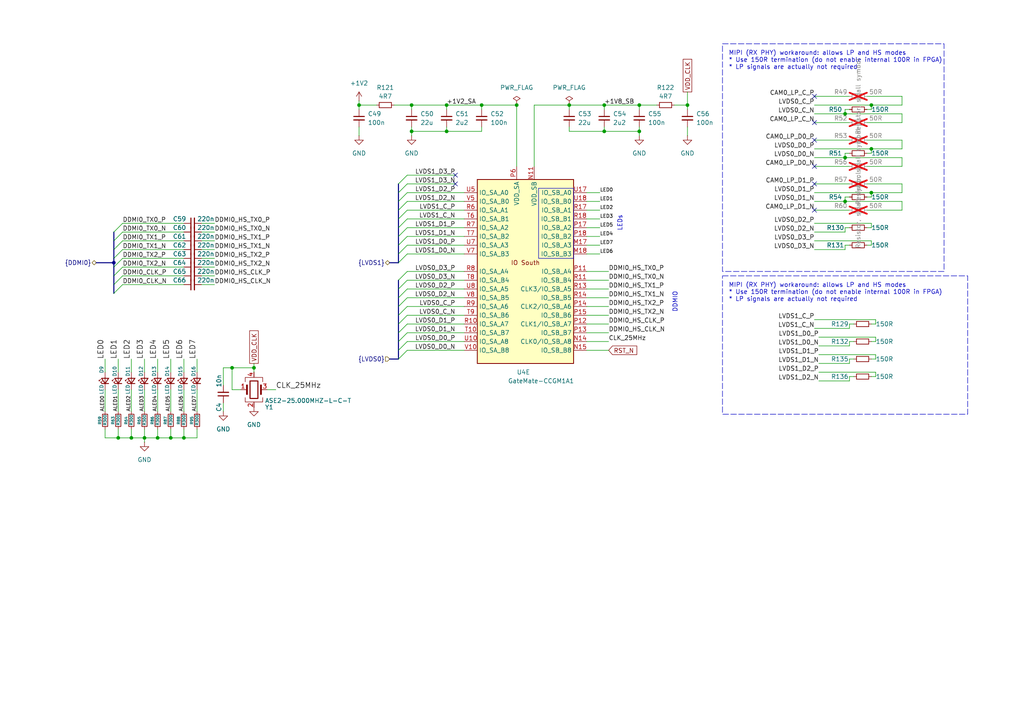
<source format=kicad_sch>
(kicad_sch (version 20250114) (generator "eeschema") (generator_version "9.0")
  (paper "A4")
  (title_block (title "${project_name}") (date "2025-06-24") (rev "${project_version}") (company "${project_creator}") (comment 1 "${project_license}"))
  (rectangle (start 209.55 80.01) (end 280.67 120.142) (stroke (width 0) (type dash)))
  (rectangle (start 209.55 12.7) (end 273.812 78.74) (stroke (width 0) (type dash)))
  (rectangle (start 156.21 54.61) (end 166.37 74.93))
  (text "MIPI (RX PHY) workaround: allows LP and HS modes\n* Use 150R termination (do not enable internal 100R in FPGA)\n* LP signals are actually not required" (at 211.328 87.63 0) (effects (font (size 1.27 1.27)) (justify left bottom)))
  (text "DDMIO" (at 195.834 87.63 90) (effects (font (size 1.27 1.27))))
  (text "MIPI (RX PHY) workaround: allows LP and HS modes\n* Use 150R termination (do not enable internal 100R in FPGA)\n* LP signals are actually not required" (at 211.328 20.32 0) (effects (font (size 1.27 1.27)) (justify left bottom)))
  (text "LEDs" (at 179.832 64.77 90) (effects (font (size 1.27 1.27))))
  (junction (at 119.38 38.1))
  (junction (at 38.1 127))
  (junction (at 67.31 106.68))
  (junction (at 175.26 38.1))
  (junction (at 104.14 30.48))
  (junction (at 245.11 33.02))
  (junction (at 34.29 127))
  (junction (at 199.39 30.48))
  (junction (at 252.73 43.18))
  (junction (at 129.54 30.48))
  (junction (at 245.11 58.42))
  (junction (at 33.02 76.2))
  (junction (at 41.91 127))
  (junction (at 45.72 127))
  (junction (at 252.73 30.48))
  (junction (at 139.7 30.48))
  (junction (at 73.66 106.68))
  (junction (at 119.38 30.48))
  (junction (at 185.42 30.48))
  (junction (at 49.53 127))
  (junction (at 252.73 55.88))
  (junction (at 165.1 30.48))
  (junction (at 175.26 30.48))
  (junction (at 53.34 127))
  (junction (at 245.11 45.72))
  (junction (at 185.42 38.1))
  (junction (at 149.86 30.48))
  (junction (at 129.54 38.1))
  (no_connect (at 236.22 40.64))
  (no_connect (at 236.22 35.56))
  (no_connect (at 132.08 53.34))
  (no_connect (at 132.08 50.8))
  (no_connect (at 236.22 60.96))
  (no_connect (at 236.22 48.26))
  (no_connect (at 236.22 27.94))
  (no_connect (at 236.22 53.34))
  (bus_entry (at 118.11 91.44) (size -2.54 2.54))
  (bus_entry (at 118.11 101.6) (size -2.54 2.54))
  (bus_entry (at 35.56 72.39) (size -2.54 2.54))
  (bus_entry (at 118.11 86.36) (size -2.54 2.54))
  (bus_entry (at 35.56 69.85) (size -2.54 2.54))
  (bus_entry (at 118.11 66.04) (size -2.54 2.54))
  (bus_entry (at 118.11 63.5) (size -2.54 2.54))
  (bus_entry (at 118.11 53.34) (size -2.54 2.54))
  (bus_entry (at 118.11 96.52) (size -2.54 2.54))
  (bus_entry (at 118.11 60.96) (size -2.54 2.54))
  (bus_entry (at 35.56 67.31) (size -2.54 2.54))
  (bus_entry (at 35.56 80.01) (size -2.54 2.54))
  (bus_entry (at 118.11 73.66) (size -2.54 2.54))
  (bus_entry (at 118.11 55.88) (size -2.54 2.54))
  (bus_entry (at 118.11 88.9) (size -2.54 2.54))
  (bus_entry (at 118.11 81.28) (size -2.54 2.54))
  (bus_entry (at 35.56 64.77) (size -2.54 2.54))
  (bus_entry (at 35.56 74.93) (size -2.54 2.54))
  (bus_entry (at 118.11 50.8) (size -2.54 2.54))
  (bus_entry (at 35.56 77.47) (size -2.54 2.54))
  (bus_entry (at 118.11 93.98) (size -2.54 2.54))
  (bus_entry (at 118.11 99.06) (size -2.54 2.54))
  (bus_entry (at 118.11 58.42) (size -2.54 2.54))
  (bus_entry (at 118.11 83.82) (size -2.54 2.54))
  (bus_entry (at 118.11 78.74) (size -2.54 2.54))
  (bus_entry (at 35.56 82.55) (size -2.54 2.54))
  (bus_entry (at 118.11 68.58) (size -2.54 2.54))
  (bus_entry (at 118.11 71.12) (size -2.54 2.54))
  (wire (pts (xy 236.22 40.64) (xy 246.38 40.64)))
  (wire (pts (xy 252.73 30.48) (xy 252.73 31.75)))
  (wire (pts (xy 77.47 113.03) (xy 80.01 113.03)))
  (bus (pts (xy 115.57 71.12) (xy 115.57 73.66)))
  (wire (pts (xy 252.73 64.77) (xy 252.73 66.04)))
  (wire (pts (xy 237.49 110.49) (xy 246.38 110.49)))
  (wire (pts (xy 247.65 99.06) (xy 246.38 99.06)))
  (bus (pts (xy 33.02 67.31) (xy 33.02 69.85)))
  (wire (pts (xy 170.18 93.98) (xy 176.53 93.98)))
  (wire (pts (xy 252.73 109.22) (xy 254 109.22)))
  (bus (pts (xy 115.57 73.66) (xy 115.57 76.2)))
  (wire (pts (xy 73.66 105.41) (xy 73.66 106.68)))
  (wire (pts (xy 58.42 72.39) (xy 62.23 72.39)))
  (wire (pts (xy 170.18 96.52) (xy 176.53 96.52)))
  (wire (pts (xy 129.54 30.48) (xy 129.54 31.75)))
  (wire (pts (xy 236.22 58.42) (xy 245.11 58.42)))
  (bus (pts (xy 115.57 58.42) (xy 115.57 60.96)))
  (wire (pts (xy 165.1 30.48) (xy 175.26 30.48)))
  (wire (pts (xy 170.18 91.44) (xy 176.53 91.44)))
  (wire (pts (xy 251.46 60.96) (xy 261.62 60.96)))
  (bus (pts (xy 115.57 96.52) (xy 115.57 99.06)))
  (wire (pts (xy 149.86 30.48) (xy 149.86 48.26)))
  (wire (pts (xy 30.48 113.03) (xy 30.48 119.38)))
  (wire (pts (xy 251.46 31.75) (xy 252.73 31.75)))
  (wire (pts (xy 49.53 127) (xy 53.34 127)))
  (wire (pts (xy 176.53 99.06) (xy 170.18 99.06)))
  (wire (pts (xy 170.18 55.88) (xy 173.99 55.88)))
  (bus (pts (xy 115.57 88.9) (xy 115.57 91.44)))
  (wire (pts (xy 252.73 30.48) (xy 261.62 30.48)))
  (wire (pts (xy 53.34 113.03) (xy 53.34 119.38)))
  (bus (pts (xy 113.03 76.2) (xy 115.57 76.2)))
  (wire (pts (xy 165.1 30.48) (xy 154.94 30.48)))
  (wire (pts (xy 185.42 36.83) (xy 185.42 38.1)))
  (wire (pts (xy 34.29 127) (xy 38.1 127)))
  (wire (pts (xy 118.11 86.36) (xy 134.62 86.36)))
  (wire (pts (xy 199.39 36.83) (xy 199.39 39.37)))
  (wire (pts (xy 34.29 104.14) (xy 34.29 107.95)))
  (wire (pts (xy 236.22 27.94) (xy 246.38 27.94)))
  (wire (pts (xy 118.11 81.28) (xy 134.62 81.28)))
  (wire (pts (xy 53.34 124.46) (xy 53.34 127)))
  (wire (pts (xy 175.26 36.83) (xy 175.26 38.1)))
  (wire (pts (xy 69.85 113.03) (xy 67.31 113.03)))
  (wire (pts (xy 139.7 38.1) (xy 139.7 36.83)))
  (wire (pts (xy 118.11 53.34) (xy 132.08 53.34)))
  (wire (pts (xy 58.42 77.47) (xy 62.23 77.47)))
  (wire (pts (xy 170.18 60.96) (xy 173.99 60.96)))
  (wire (pts (xy 246.38 109.22) (xy 246.38 110.49)))
  (wire (pts (xy 64.77 119.38) (xy 64.77 116.84)))
  (wire (pts (xy 251.46 53.34) (xy 261.62 53.34)))
  (wire (pts (xy 236.22 35.56) (xy 246.38 35.56)))
  (wire (pts (xy 104.14 30.48) (xy 104.14 29.21)))
  (wire (pts (xy 251.46 27.94) (xy 261.62 27.94)))
  (wire (pts (xy 170.18 58.42) (xy 173.99 58.42)))
  (wire (pts (xy 64.77 111.76) (xy 64.77 106.68)))
  (wire (pts (xy 245.11 71.12) (xy 245.11 72.39)))
  (wire (pts (xy 261.62 45.72) (xy 261.62 48.26)))
  (bus (pts (xy 33.02 72.39) (xy 33.02 74.93)))
  (wire (pts (xy 175.26 30.48) (xy 185.42 30.48)))
  (wire (pts (xy 246.38 71.12) (xy 245.11 71.12)))
  (bus (pts (xy 33.02 77.47) (xy 33.02 80.01)))
  (wire (pts (xy 104.14 30.48) (xy 104.14 31.75)))
  (wire (pts (xy 118.11 63.5) (xy 134.62 63.5)))
  (wire (pts (xy 118.11 96.52) (xy 134.62 96.52)))
  (wire (pts (xy 165.1 31.75) (xy 165.1 30.48)))
  (wire (pts (xy 236.22 60.96) (xy 246.38 60.96)))
  (wire (pts (xy 38.1 113.03) (xy 38.1 119.38)))
  (wire (pts (xy 251.46 57.15) (xy 252.73 57.15)))
  (wire (pts (xy 118.11 60.96) (xy 134.62 60.96)))
  (wire (pts (xy 237.49 102.87) (xy 254 102.87)))
  (wire (pts (xy 41.91 124.46) (xy 41.91 127)))
  (wire (pts (xy 129.54 38.1) (xy 139.7 38.1)))
  (wire (pts (xy 118.11 99.06) (xy 134.62 99.06)))
  (wire (pts (xy 170.18 66.04) (xy 173.99 66.04)))
  (wire (pts (xy 236.22 45.72) (xy 245.11 45.72)))
  (wire (pts (xy 245.11 33.02) (xy 261.62 33.02)))
  (wire (pts (xy 236.22 30.48) (xy 252.73 30.48)))
  (wire (pts (xy 170.18 101.6) (xy 176.53 101.6)))
  (wire (pts (xy 58.42 69.85) (xy 62.23 69.85)))
  (wire (pts (xy 252.73 99.06) (xy 254 99.06)))
  (wire (pts (xy 34.29 124.46) (xy 34.29 127)))
  (bus (pts (xy 115.57 93.98) (xy 115.57 96.52)))
  (bus (pts (xy 33.02 82.55) (xy 33.02 85.09)))
  (wire (pts (xy 185.42 38.1) (xy 185.42 39.37)))
  (wire (pts (xy 247.65 93.98) (xy 246.38 93.98)))
  (wire (pts (xy 30.48 104.14) (xy 30.48 107.95)))
  (bus (pts (xy 33.02 69.85) (xy 33.02 72.39)))
  (wire (pts (xy 261.62 58.42) (xy 261.62 60.96)))
  (wire (pts (xy 119.38 30.48) (xy 119.38 31.75)))
  (wire (pts (xy 64.77 106.68) (xy 67.31 106.68)))
  (wire (pts (xy 236.22 53.34) (xy 246.38 53.34)))
  (wire (pts (xy 118.11 88.9) (xy 134.62 88.9)))
  (bus (pts (xy 115.57 66.04) (xy 115.57 68.58)))
  (wire (pts (xy 175.26 38.1) (xy 185.42 38.1)))
  (bus (pts (xy 27.94 76.2) (xy 33.02 76.2)))
  (wire (pts (xy 38.1 124.46) (xy 38.1 127)))
  (wire (pts (xy 57.15 104.14) (xy 57.15 107.95)))
  (wire (pts (xy 247.65 104.14) (xy 246.38 104.14)))
  (wire (pts (xy 118.11 101.6) (xy 134.62 101.6)))
  (bus (pts (xy 115.57 60.96) (xy 115.57 63.5)))
  (wire (pts (xy 245.11 58.42) (xy 261.62 58.42)))
  (wire (pts (xy 118.11 83.82) (xy 134.62 83.82)))
  (wire (pts (xy 252.73 69.85) (xy 252.73 71.12)))
  (wire (pts (xy 252.73 43.18) (xy 261.62 43.18)))
  (wire (pts (xy 245.11 44.45) (xy 245.11 45.72)))
  (wire (pts (xy 251.46 35.56) (xy 261.62 35.56)))
  (wire (pts (xy 261.62 27.94) (xy 261.62 30.48)))
  (bus (pts (xy 115.57 99.06) (xy 115.57 101.6)))
  (wire (pts (xy 251.46 48.26) (xy 261.62 48.26)))
  (wire (pts (xy 170.18 73.66) (xy 173.99 73.66)))
  (wire (pts (xy 49.53 113.03) (xy 49.53 119.38)))
  (wire (pts (xy 118.11 68.58) (xy 134.62 68.58)))
  (wire (pts (xy 118.11 50.8) (xy 132.08 50.8)))
  (wire (pts (xy 170.18 71.12) (xy 173.99 71.12)))
  (wire (pts (xy 247.65 109.22) (xy 246.38 109.22)))
  (wire (pts (xy 57.15 127) (xy 57.15 124.46)))
  (wire (pts (xy 199.39 26.67) (xy 199.39 30.48)))
  (bus (pts (xy 113.03 104.14) (xy 115.57 104.14)))
  (wire (pts (xy 246.38 104.14) (xy 246.38 105.41)))
  (wire (pts (xy 252.73 55.88) (xy 252.73 57.15)))
  (wire (pts (xy 251.46 40.64) (xy 261.62 40.64)))
  (wire (pts (xy 252.73 43.18) (xy 252.73 44.45)))
  (wire (pts (xy 30.48 124.46) (xy 30.48 127)))
  (wire (pts (xy 246.38 31.75) (xy 245.11 31.75)))
  (wire (pts (xy 236.22 64.77) (xy 252.73 64.77)))
  (wire (pts (xy 41.91 113.03) (xy 41.91 119.38)))
  (wire (pts (xy 129.54 30.48) (xy 139.7 30.48)))
  (wire (pts (xy 57.15 113.03) (xy 57.15 119.38)))
  (wire (pts (xy 119.38 36.83) (xy 119.38 38.1)))
  (wire (pts (xy 35.56 77.47) (xy 53.34 77.47)))
  (bus (pts (xy 115.57 83.82) (xy 115.57 86.36)))
  (wire (pts (xy 236.22 55.88) (xy 252.73 55.88)))
  (wire (pts (xy 246.38 57.15) (xy 245.11 57.15)))
  (wire (pts (xy 41.91 104.14) (xy 41.91 107.95)))
  (wire (pts (xy 261.62 53.34) (xy 261.62 55.88)))
  (wire (pts (xy 261.62 40.64) (xy 261.62 43.18)))
  (bus (pts (xy 115.57 86.36) (xy 115.57 88.9)))
  (wire (pts (xy 246.38 66.04) (xy 245.11 66.04)))
  (wire (pts (xy 45.72 127) (xy 49.53 127)))
  (wire (pts (xy 118.11 55.88) (xy 134.62 55.88)))
  (wire (pts (xy 236.22 48.26) (xy 246.38 48.26)))
  (wire (pts (xy 129.54 36.83) (xy 129.54 38.1)))
  (wire (pts (xy 119.38 38.1) (xy 119.38 39.37)))
  (wire (pts (xy 252.73 104.14) (xy 254 104.14)))
  (wire (pts (xy 139.7 30.48) (xy 149.86 30.48)))
  (wire (pts (xy 254 102.87) (xy 254 104.14)))
  (wire (pts (xy 185.42 30.48) (xy 190.5 30.48)))
  (wire (pts (xy 199.39 30.48) (xy 199.39 31.75)))
  (wire (pts (xy 58.42 82.55) (xy 62.23 82.55)))
  (wire (pts (xy 237.49 97.79) (xy 254 97.79)))
  (wire (pts (xy 170.18 68.58) (xy 173.99 68.58)))
  (wire (pts (xy 35.56 82.55) (xy 53.34 82.55)))
  (wire (pts (xy 246.38 93.98) (xy 246.38 95.25)))
  (wire (pts (xy 237.49 100.33) (xy 246.38 100.33)))
  (wire (pts (xy 252.73 93.98) (xy 254 93.98)))
  (wire (pts (xy 104.14 36.83) (xy 104.14 39.37)))
  (wire (pts (xy 118.11 91.44) (xy 134.62 91.44)))
  (wire (pts (xy 254 97.79) (xy 254 99.06)))
  (wire (pts (xy 245.11 45.72) (xy 261.62 45.72)))
  (wire (pts (xy 53.34 104.14) (xy 53.34 107.95)))
  (wire (pts (xy 170.18 83.82) (xy 176.53 83.82)))
  (wire (pts (xy 170.18 78.74) (xy 176.53 78.74)))
  (wire (pts (xy 35.56 80.01) (xy 53.34 80.01)))
  (wire (pts (xy 236.22 43.18) (xy 252.73 43.18)))
  (wire (pts (xy 251.46 71.12) (xy 252.73 71.12)))
  (bus (pts (xy 115.57 91.44) (xy 115.57 93.98)))
  (bus (pts (xy 115.57 101.6) (xy 115.57 104.14)))
  (wire (pts (xy 45.72 113.03) (xy 45.72 119.38)))
  (wire (pts (xy 236.22 72.39) (xy 245.11 72.39)))
  (wire (pts (xy 185.42 30.48) (xy 185.42 31.75)))
  (wire (pts (xy 30.48 127) (xy 34.29 127)))
  (wire (pts (xy 35.56 64.77) (xy 53.34 64.77)))
  (wire (pts (xy 170.18 86.36) (xy 176.53 86.36)))
  (wire (pts (xy 165.1 38.1) (xy 175.26 38.1)))
  (wire (pts (xy 45.72 104.14) (xy 45.72 107.95)))
  (wire (pts (xy 73.66 106.68) (xy 73.66 107.95)))
  (wire (pts (xy 175.26 30.48) (xy 175.26 31.75)))
  (bus (pts (xy 115.57 63.5) (xy 115.57 66.04)))
  (wire (pts (xy 237.49 107.95) (xy 254 107.95)))
  (wire (pts (xy 170.18 63.5) (xy 173.99 63.5)))
  (wire (pts (xy 118.11 58.42) (xy 134.62 58.42)))
  (wire (pts (xy 254 92.71) (xy 254 93.98)))
  (wire (pts (xy 49.53 124.46) (xy 49.53 127)))
  (wire (pts (xy 35.56 72.39) (xy 53.34 72.39)))
  (wire (pts (xy 35.56 69.85) (xy 53.34 69.85)))
  (wire (pts (xy 236.22 33.02) (xy 245.11 33.02)))
  (wire (pts (xy 170.18 88.9) (xy 176.53 88.9)))
  (wire (pts (xy 67.31 113.03) (xy 67.31 106.68)))
  (wire (pts (xy 104.14 30.48) (xy 109.22 30.48)))
  (wire (pts (xy 58.42 80.01) (xy 62.23 80.01)))
  (wire (pts (xy 252.73 55.88) (xy 261.62 55.88)))
  (wire (pts (xy 41.91 128.27) (xy 41.91 127)))
  (wire (pts (xy 165.1 36.83) (xy 165.1 38.1)))
  (wire (pts (xy 251.46 66.04) (xy 252.73 66.04)))
  (wire (pts (xy 34.29 113.03) (xy 34.29 119.38)))
  (wire (pts (xy 45.72 124.46) (xy 45.72 127)))
  (wire (pts (xy 246.38 99.06) (xy 246.38 100.33)))
  (wire (pts (xy 58.42 74.93) (xy 62.23 74.93)))
  (wire (pts (xy 118.11 66.04) (xy 134.62 66.04)))
  (bus (pts (xy 115.57 81.28) (xy 115.57 83.82)))
  (wire (pts (xy 58.42 64.77) (xy 62.23 64.77)))
  (bus (pts (xy 33.02 74.93) (xy 33.02 76.2)))
  (wire (pts (xy 118.11 71.12) (xy 134.62 71.12)))
  (wire (pts (xy 236.22 95.25) (xy 246.38 95.25)))
  (wire (pts (xy 245.11 57.15) (xy 245.11 58.42)))
  (wire (pts (xy 114.3 30.48) (xy 119.38 30.48)))
  (wire (pts (xy 246.38 44.45) (xy 245.11 44.45)))
  (wire (pts (xy 119.38 38.1) (xy 129.54 38.1)))
  (bus (pts (xy 115.57 53.34) (xy 115.57 55.88)))
  (wire (pts (xy 261.62 33.02) (xy 261.62 35.56)))
  (wire (pts (xy 245.11 31.75) (xy 245.11 33.02)))
  (wire (pts (xy 35.56 67.31) (xy 53.34 67.31)))
  (wire (pts (xy 41.91 127) (xy 45.72 127)))
  (wire (pts (xy 195.58 30.48) (xy 199.39 30.48)))
  (bus (pts (xy 33.02 80.01) (xy 33.02 82.55)))
  (wire (pts (xy 118.11 93.98) (xy 134.62 93.98)))
  (wire (pts (xy 251.46 44.45) (xy 252.73 44.45)))
  (wire (pts (xy 67.31 106.68) (xy 73.66 106.68)))
  (wire (pts (xy 236.22 67.31) (xy 245.11 67.31)))
  (wire (pts (xy 236.22 69.85) (xy 252.73 69.85)))
  (wire (pts (xy 119.38 30.48) (xy 129.54 30.48)))
  (wire (pts (xy 139.7 30.48) (xy 139.7 31.75)))
  (wire (pts (xy 170.18 81.28) (xy 176.53 81.28)))
  (wire (pts (xy 154.94 30.48) (xy 154.94 48.26)))
  (bus (pts (xy 115.57 55.88) (xy 115.57 58.42)))
  (wire (pts (xy 38.1 127) (xy 41.91 127)))
  (wire (pts (xy 35.56 74.93) (xy 53.34 74.93)))
  (bus (pts (xy 115.57 68.58) (xy 115.57 71.12)))
  (wire (pts (xy 237.49 105.41) (xy 246.38 105.41)))
  (wire (pts (xy 53.34 127) (xy 57.15 127)))
  (wire (pts (xy 38.1 104.14) (xy 38.1 107.95)))
  (wire (pts (xy 245.11 66.04) (xy 245.11 67.31)))
  (wire (pts (xy 236.22 92.71) (xy 254 92.71)))
  (wire (pts (xy 58.42 67.31) (xy 62.23 67.31)))
  (wire (pts (xy 118.11 73.66) (xy 134.62 73.66)))
  (wire (pts (xy 254 107.95) (xy 254 109.22)))
  (wire (pts (xy 49.53 104.14) (xy 49.53 107.95)))
  (bus (pts (xy 33.02 76.2) (xy 33.02 77.47)))
  (wire (pts (xy 118.11 78.74) (xy 134.62 78.74)))
  (label "LVDS0_D0_N" (at 132.08 101.6 180))
  (label "LVDS0_C_P" (at 236.22 30.48 180))
  (label "DDMI0_HS_CLK_N" (at 176.53 96.52 0))
  (label "LVDS1_D1_N" (at 237.49 105.41 180))
  (label "LED1" (at 34.29 104.14 90) (effects (font (size 1.524 1.524))))
  (label "DDMI0_HS_CLK_P" (at 62.23 80.01 0))
  (label "LVDS1_D2_P" (at 237.49 107.95 180))
  (label "DDMI0_TX1_N" (at 35.56 72.39 0))
  (label "DDMI0_TX2_P" (at 35.56 74.93 0))
  (label "LVDS0_D0_N" (at 236.22 45.72 180))
  (label "LED2" (at 173.99 60.96 0) (effects (font (size 1 1))))
  (label "LVDS1_D2_N" (at 132.08 58.42 180))
  (label "LVDS0_D2_P" (at 132.08 83.82 180))
  (label "LED0" (at 173.99 55.88 0) (effects (font (size 1 1))))
  (label "LED6" (at 173.99 73.66 0) (effects (font (size 1 1))))
  (label "DDMI0_TX0_N" (at 35.56 67.31 0))
  (label "LED2" (at 38.1 104.14 90) (effects (font (size 1.524 1.524))))
  (label "DDMI0_CLK_P" (at 35.56 80.01 0))
  (label "LVDS1_D0_N" (at 237.49 100.33 180))
  (label "LED3" (at 173.99 63.5 0) (effects (font (size 1 1))))
  (label "ALED6" (at 53.34 119.38 90) (effects (font (size 1 1))))
  (label "DDMI0_HS_TX0_P" (at 176.53 78.74 0))
  (label "DDMI0_HS_TX2_P" (at 62.23 74.93 0))
  (label "ALED4" (at 45.72 119.38 90) (effects (font (size 1 1))))
  (label "DDMI0_HS_TX1_N" (at 176.53 86.36 0))
  (label "CLK_25MHz" (at 176.53 99.06 0) (effects (font (size 1.254 1.254))))
  (label "DDMI0_HS_TX1_P" (at 62.23 69.85 0))
  (label "LVDS1_D2_P" (at 132.08 55.88 180))
  (label "LED3" (at 41.91 104.14 90) (effects (font (size 1.524 1.524))))
  (label "DDMI0_HS_TX2_N" (at 176.53 91.44 0))
  (label "DDMI0_HS_TX0_N" (at 176.53 81.28 0))
  (label "DDMI0_HS_TX1_P" (at 176.53 83.82 0))
  (label "LVDS1_D0_N" (at 132.08 73.66 180))
  (label "CLK_25MHz" (at 80.01 113.03 0) (effects (font (size 1.524 1.524))))
  (label "LVDS0_D3_N" (at 132.08 81.28 180))
  (label "LVDS0_D0_P" (at 132.08 99.06 180))
  (label "DDMI0_HS_TX2_P" (at 176.53 88.9 0))
  (label "CAM0_LP_C_N" (at 236.22 35.56 180))
  (label "LVDS1_D0_P" (at 132.08 71.12 180))
  (label "LVDS0_D1_P" (at 236.22 55.88 180))
  (label "+1V2_SA" (at 129.54 30.48 0))
  (label "LVDS1_D1_N" (at 132.08 68.58 180))
  (label "LVDS0_D3_N" (at 236.22 72.39 180))
  (label "LVDS1_D2_N" (at 237.49 110.49 180))
  (label "LED1" (at 173.99 58.42 0) (effects (font (size 1 1))))
  (label "LVDS0_D3_P" (at 132.08 78.74 180))
  (label "LVDS0_D0_P" (at 236.22 43.18 180))
  (label "ALED7" (at 57.15 119.38 90) (effects (font (size 1 1))))
  (label "LVDS0_C_N" (at 236.22 33.02 180))
  (label "LVDS1_D3_P" (at 132.08 50.8 180))
  (label "LVDS1_D1_P" (at 132.08 66.04 180))
  (label "LVDS0_D1_N" (at 236.22 58.42 180))
  (label "ALED5" (at 49.53 119.38 90) (effects (font (size 1 1))))
  (label "DDMI0_TX1_P" (at 35.56 69.85 0))
  (label "LVDS0_C_N" (at 132.08 91.44 180))
  (label "CAM0_LP_D0_N" (at 236.22 48.26 180))
  (label "DDMI0_HS_TX1_N" (at 62.23 72.39 0))
  (label "LVDS1_C_P" (at 236.22 92.71 180))
  (label "LED5" (at 49.53 104.14 90) (effects (font (size 1.524 1.524))))
  (label "LED7" (at 173.99 71.12 0) (effects (font (size 1 1))))
  (label "LED7" (at 57.15 104.14 90) (effects (font (size 1.524 1.524))))
  (label "LED6" (at 53.34 104.14 90) (effects (font (size 1.524 1.524))))
  (label "LED4" (at 173.99 68.58 0) (effects (font (size 1 1))))
  (label "CAM0_LP_C_P" (at 236.22 27.94 180))
  (label "LVDS1_C_N" (at 236.22 95.25 180))
  (label "LVDS1_C_P" (at 132.08 60.96 180))
  (label "LED5" (at 173.99 66.04 0) (effects (font (size 1 1))))
  (label "LED0" (at 30.48 104.14 90) (effects (font (size 1.524 1.524))))
  (label "LVDS0_C_P" (at 132.08 88.9 180))
  (label "CAM0_LP_D1_N" (at 236.22 60.96 180))
  (label "LVDS1_C_N" (at 132.08 63.5 180))
  (label "CAM0_LP_D1_P" (at 236.22 53.34 180))
  (label "LVDS0_D2_P" (at 236.22 64.77 180))
  (label "LVDS0_D1_P" (at 132.08 93.98 180))
  (label "DDMI0_HS_TX0_N" (at 62.23 67.31 0))
  (label "LED4" (at 45.72 104.14 90) (effects (font (size 1.524 1.524))))
  (label "DDMI0_HS_CLK_P" (at 176.53 93.98 0))
  (label "DDMI0_HS_TX2_N" (at 62.23 77.47 0))
  (label "DDMI0_CLK_N" (at 35.56 82.55 0))
  (label "DDMI0_TX2_N" (at 35.56 77.47 0))
  (label "LVDS0_D2_N" (at 132.08 86.36 180))
  (label "LVDS1_D1_P" (at 237.49 102.87 180))
  (label "LVDS1_D3_N" (at 132.08 53.34 180))
  (label "ALED3" (at 41.91 119.38 90) (effects (font (size 1 1))))
  (label "LVDS0_D3_P" (at 236.22 69.85 180))
  (label "CAM0_LP_D0_P" (at 236.22 40.64 180))
  (label "ALED2" (at 38.1 119.38 90) (effects (font (size 1 1))))
  (label "LVDS0_D2_N" (at 236.22 67.31 180))
  (label "DDMI0_TX0_P" (at 35.56 64.77 0))
  (label "LVDS1_D0_P" (at 237.49 97.79 180))
  (label "LVDS0_D1_N" (at 132.08 96.52 180))
  (label "+1V8_SB" (at 175.26 30.48 0))
  (label "ALED0" (at 30.48 119.38 90) (effects (font (size 1 1))))
  (label "DDMI0_HS_TX0_P" (at 62.23 64.77 0))
  (label "DDMI0_HS_CLK_N" (at 62.23 82.55 0))
  (label "ALED1" (at 34.29 119.38 90) (effects (font (size 1 1))))
  (global_label "VDD_CLK" (shape passive) (at 199.39 26.67 90) (property "Intersheetrefs" "${INTERSHEET_REFS}" (effects (hide yes))))
  (global_label "VDD_CLK" (shape passive) (at 73.66 105.41 90) (property "Intersheetrefs" "${INTERSHEET_REFS}" (effects (hide yes))))
  (global_label "RST_N" (shape input) (at 176.53 101.6 0) (property "Intersheetrefs" "${INTERSHEET_REFS}" (effects (hide yes))))
  (hierarchical_label "{LVDS1}" (shape bidirectional) (at 113.03 76.2 180))
  (hierarchical_label "{DDMI0}" (shape bidirectional) (at 27.94 76.2 180))
  (hierarchical_label "{LVDS0}" (shape input) (at 113.03 104.14 180))
  (symbol (lib_id "Device:Crystal_GND24") (at 73.66 113.03 0) (mirror x) (unit 1)
    (property "Reference" "Y1" (at 76.835 118.11 0) (effects (justify left)))
    (property "Value" "ASE2-25.000MHZ-L-C-T" (at 76.835 116.205 0) (effects (justify left)))
    (property "Footprint" "Crystal:Crystal_SMD_TXC_7M-4Pin_3.2x2.5mm" (effects (hide yes)))
    (property "Datasheet" "https://eu.mouser.com/datasheet/2/3/ASE2series-3624434.pdf" (effects (hide yes)))
    (property "MNF1_URL" "https://eu.mouser.com/ProductDetail/ABRACON/ASE2-25.000MHZ-L-C-T?qs=s46Hw6dZPL6z06Y74PH7Lg%3D%3D" (effects (hide yes)))
    (property "MPN" "ASE2-25.000MHZ-L-C-T" (effects (hide yes)))
  )
  (symbol (lib_id "power:GND") (at 185.42 39.37 0) (unit 1)
    (property "Reference" "#PWR0141" (effects (hide yes)))
    (property "Value" "GND" (at 185.42 44.45 0))
    (property "Description" "Power symbol creates a global label with name \"GND\" , ground" (effects (hide yes)))
  )
  (symbol (lib_id "Device:R_Small") (at 41.91 121.92 0) (unit 1)
    (property "Reference" "R65" (at 40.386 123.19 90) (effects (font (size 0.8 0.8)) (justify left)))
    (property "Value" "R300" (at 41.91 123.444 90) (effects (font (size 0.8 0.8)) (justify left)))
    (property "Footprint" "Resistor_SMD:R_0402_1005Metric" (effects (hide yes)))
    (property "Description" "Resistor, small symbol" (effects (hide yes)))
  )
  (symbol (lib_id "Device:C_Small") (at 64.77 114.3 180) (unit 1)
    (property "Reference" "C4" (at 63.5 118.11 90))
    (property "Value" "10n" (at 63.5 110.49 90))
    (property "Footprint" "Capacitor_SMD:C_0402_1005Metric" (effects (hide yes)))
  )
  (symbol (lib_id "power:GND") (at 119.38 39.37 0) (unit 1)
    (property "Reference" "#PWR0140" (effects (hide yes)))
    (property "Value" "GND" (at 119.38 44.45 0))
    (property "Description" "Power symbol creates a global label with name \"GND\" , ground" (effects (hide yes)))
  )
  (symbol (lib_id "Device:C_Small") (at 55.88 74.93 90) (unit 1)
    (property "Reference" "C63" (at 52.07 73.66 90))
    (property "Value" "220n" (at 59.69 73.66 90))
    (property "Footprint" "Capacitor_SMD:C_0402_1005Metric" (effects (hide yes)))
  )
  (symbol (lib_id "Device:LED_Small") (at 41.91 110.49 90) (unit 1)
    (property "Reference" "D12" (at 40.894 106.172 0) (effects (font (size 1 1)) (justify right)))
    (property "Value" "LED" (at 40.894 111.506 0) (effects (font (size 1 1)) (justify right)))
    (property "Footprint" "LED_SMD:LED_0603_1608Metric" (effects (hide yes)))
    (property "Description" "Light emitting diode, small symbol" (effects (hide yes)))
    (property "Sim.Pin" "1=K 2=A" (effects (hide yes)))
  )
  (symbol (lib_id "Device:LED_Small") (at 34.29 110.49 90) (unit 1)
    (property "Reference" "D10" (at 33.274 106.172 0) (effects (font (size 1 1)) (justify right)))
    (property "Value" "LED" (at 33.274 111.506 0) (effects (font (size 1 1)) (justify right)))
    (property "Footprint" "LED_SMD:LED_0603_1608Metric" (effects (hide yes)))
    (property "Description" "Light emitting diode, small symbol" (effects (hide yes)))
    (property "Sim.Pin" "1=K 2=A" (effects (hide yes)))
  )
  (symbol (lib_id "Device:R_Small") (at 49.53 121.92 0) (unit 1)
    (property "Reference" "R87" (at 48.006 123.19 90) (effects (font (size 0.8 0.8)) (justify left)))
    (property "Value" "R300" (at 49.53 123.444 90) (effects (font (size 0.8 0.8)) (justify left)))
    (property "Footprint" "Resistor_SMD:R_0402_1005Metric" (effects (hide yes)))
    (property "Description" "Resistor, small symbol" (effects (hide yes)))
  )
  (symbol (lib_id "Device:C_Small") (at 104.14 34.29 0) (unit 1)
    (property "Reference" "C49" (at 106.68 33.0263 0) (effects (justify left)))
    (property "Value" "100n" (at 106.68 35.5663 0) (effects (justify left)))
    (property "Footprint" "Capacitor_SMD:C_0402_1005Metric" (effects (hide yes)))
    (property "Description" "Unpolarized capacitor, small symbol" (effects (hide yes)))
  )
  (symbol (lib_id "Device:LED_Small") (at 30.48 110.49 90) (unit 1)
    (property "Reference" "D9" (at 29.464 106.172 0) (effects (font (size 1 1)) (justify right)))
    (property "Value" "LED" (at 29.464 111.506 0) (effects (font (size 1 1)) (justify right)))
    (property "Footprint" "LED_SMD:LED_0603_1608Metric" (effects (hide yes)))
    (property "Description" "Light emitting diode, small symbol" (effects (hide yes)))
    (property "Sim.Pin" "1=K 2=A" (effects (hide yes)))
  )
  (symbol (lib_id "Device:R_Small") (at 38.1 121.92 0) (unit 1)
    (property "Reference" "R64" (at 36.576 123.19 90) (effects (font (size 0.8 0.8)) (justify left)))
    (property "Value" "R300" (at 38.1 123.444 90) (effects (font (size 0.8 0.8)) (justify left)))
    (property "Footprint" "Resistor_SMD:R_0402_1005Metric" (effects (hide yes)))
    (property "Description" "Resistor, small symbol" (effects (hide yes)))
  )
  (symbol (lib_id "Device:R_Small") (at 248.92 40.64 270) (mirror x) (unit 1) (exclude_from_sim yes) (in_bom no) (on_board no) (dnp yes)
    (property "Reference" "R53" (at 243.84 39.37 90))
    (property "Value" "50R" (at 254 39.37 90))
    (property "Footprint" "Resistor_SMD:R_0402_1005Metric" (effects (hide yes)))
    (property "Description" "Resistor, small symbol" (effects (hide yes)))
  )
  (symbol (lib_id "Device:C_Small") (at 55.88 80.01 90) (unit 1)
    (property "Reference" "C65" (at 52.07 78.74 90))
    (property "Value" "220n" (at 59.69 78.74 90))
    (property "Footprint" "Capacitor_SMD:C_0402_1005Metric" (effects (hide yes)))
  )
  (symbol (lib_id "Device:R_Small") (at 248.92 53.34 270) (mirror x) (unit 1) (exclude_from_sim yes) (in_bom no) (on_board no) (dnp yes)
    (property "Reference" "R57" (at 243.84 52.07 90))
    (property "Value" "50R" (at 254 52.07 90))
    (property "Footprint" "Resistor_SMD:R_0402_1005Metric" (effects (hide yes)))
    (property "Description" "Resistor, small symbol" (effects (hide yes)))
  )
  (symbol (lib_id "Device:C_Small") (at 129.54 34.29 0) (unit 1)
    (property "Reference" "C51" (at 132.08 33.0263 0) (effects (justify left)))
    (property "Value" "2u2" (at 132.08 35.5663 0) (effects (justify left)))
    (property "Footprint" "Capacitor_SMD:C_0402_1005Metric" (effects (hide yes)))
    (property "Description" "Unpolarized capacitor, small symbol" (effects (hide yes)))
  )
  (symbol (lib_id "Device:R_Small") (at 53.34 121.92 0) (unit 1)
    (property "Reference" "R88" (at 51.816 123.19 90) (effects (font (size 0.8 0.8)) (justify left)))
    (property "Value" "R300" (at 53.34 123.444 90) (effects (font (size 0.8 0.8)) (justify left)))
    (property "Footprint" "Resistor_SMD:R_0402_1005Metric" (effects (hide yes)))
    (property "Description" "Resistor, small symbol" (effects (hide yes)))
  )
  (symbol (lib_id "Device:LED_Small") (at 38.1 110.49 90) (unit 1)
    (property "Reference" "D11" (at 37.084 106.172 0) (effects (font (size 1 1)) (justify right)))
    (property "Value" "LED" (at 37.084 111.506 0) (effects (font (size 1 1)) (justify right)))
    (property "Footprint" "LED_SMD:LED_0603_1608Metric" (effects (hide yes)))
    (property "Description" "Light emitting diode, small symbol" (effects (hide yes)))
    (property "Sim.Pin" "1=K 2=A" (effects (hide yes)))
  )
  (symbol (lib_id "power:GND") (at 199.39 39.37 0) (unit 1)
    (property "Reference" "#PWR077" (effects (hide yes)))
    (property "Value" "GND" (at 199.39 44.45 0))
    (property "Description" "Power symbol creates a global label with name \"GND\" , ground" (effects (hide yes)))
  )
  (symbol (lib_id "Device:C_Small") (at 55.88 69.85 90) (unit 1)
    (property "Reference" "C61" (at 52.07 68.58 90))
    (property "Value" "220n" (at 59.69 68.58 90))
    (property "Footprint" "Capacitor_SMD:C_0402_1005Metric" (effects (hide yes)))
  )
  (symbol (lib_id "Device:R_Small") (at 248.92 44.45 270) (mirror x) (unit 1)
    (property "Reference" "R51" (at 242.316 44.45 90))
    (property "Value" "150R" (at 255.27 44.45 90))
    (property "Footprint" "Resistor_SMD:R_0402_1005Metric" (effects (hide yes)))
    (property "Description" "Resistor, small symbol" (effects (hide yes)))
  )
  (symbol (lib_id "Device:R_Small") (at 248.92 71.12 270) (mirror x) (unit 1)
    (property "Reference" "R131" (at 242.316 71.12 90))
    (property "Value" "150R" (at 255.27 71.12 90))
    (property "Footprint" "Resistor_SMD:R_0402_1005Metric" (effects (hide yes)))
    (property "Description" "Resistor, small symbol" (effects (hide yes)))
  )
  (symbol (lib_id "Device:R_Small") (at 248.92 31.75 270) (mirror x) (unit 1)
    (property "Reference" "R50" (at 242.316 31.75 90))
    (property "Value" "150R" (at 255.27 31.75 90))
    (property "Footprint" "Resistor_SMD:R_0402_1005Metric" (effects (hide yes)))
    (property "Description" "Resistor, small symbol" (effects (hide yes)))
  )
  (symbol (lib_id "Device:C_Small") (at 175.26 34.29 0) (unit 1)
    (property "Reference" "C54" (at 177.8 33.0263 0) (effects (justify left)))
    (property "Value" "2u2" (at 177.8 35.5663 0) (effects (justify left)))
    (property "Footprint" "Capacitor_SMD:C_0402_1005Metric" (effects (hide yes)))
    (property "Description" "Unpolarized capacitor, small symbol" (effects (hide yes)))
  )
  (symbol (lib_id "Device:LED_Small") (at 45.72 110.49 90) (unit 1)
    (property "Reference" "D13" (at 44.704 106.172 0) (effects (font (size 1 1)) (justify right)))
    (property "Value" "LED" (at 44.704 111.506 0) (effects (font (size 1 1)) (justify right)))
    (property "Footprint" "LED_SMD:LED_0603_1608Metric" (effects (hide yes)))
    (property "Description" "Light emitting diode, small symbol" (effects (hide yes)))
    (property "Sim.Pin" "1=K 2=A" (effects (hide yes)))
  )
  (symbol (lib_id "Device:C_Small") (at 55.88 67.31 90) (unit 1)
    (property "Reference" "C60" (at 52.07 66.04 90))
    (property "Value" "220n" (at 59.69 66.04 90))
    (property "Footprint" "Capacitor_SMD:C_0402_1005Metric" (effects (hide yes)))
  )
  (symbol (lib_id "Device:R_Small") (at 111.76 30.48 90) (unit 1)
    (property "Reference" "R121" (at 111.76 25.4 90))
    (property "Value" "4R7" (at 111.76 27.94 90))
    (property "Footprint" "Resistor_SMD:R_0402_1005Metric" (effects (hide yes)))
    (property "Description" "Resistor, small symbol" (effects (hide yes)))
  )
  (symbol (lib_id "Device:LED_Small") (at 53.34 110.49 90) (unit 1)
    (property "Reference" "D15" (at 52.324 106.172 0) (effects (font (size 1 1)) (justify right)))
    (property "Value" "LED" (at 52.324 111.506 0) (effects (font (size 1 1)) (justify right)))
    (property "Footprint" "LED_SMD:LED_0603_1608Metric" (effects (hide yes)))
    (property "Description" "Light emitting diode, small symbol" (effects (hide yes)))
    (property "Sim.Pin" "1=K 2=A" (effects (hide yes)))
  )
  (symbol (lib_id "Device:R_Small") (at 34.29 121.92 0) (unit 1)
    (property "Reference" "R63" (at 32.766 123.19 90) (effects (font (size 0.8 0.8)) (justify left)))
    (property "Value" "R300" (at 34.29 123.444 90) (effects (font (size 0.8 0.8)) (justify left)))
    (property "Footprint" "Resistor_SMD:R_0402_1005Metric" (effects (hide yes)))
    (property "Description" "Resistor, small symbol" (effects (hide yes)))
  )
  (symbol (lib_id "power:PWR_FLAG") (at 165.1 30.48 0) (unit 1)
    (property "Reference" "#FLG015" (effects (hide yes)))
    (property "Value" "PWR_FLAG" (at 165.1 25.4 0))
    (property "Description" "Special symbol for telling ERC where power comes from" (effects (hide yes)))
  )
  (symbol (lib_id "Device:R_Small") (at 250.19 104.14 270) (mirror x) (unit 1)
    (property "Reference" "R135" (at 243.586 104.14 90))
    (property "Value" "150R" (at 256.54 104.14 90))
    (property "Footprint" "Resistor_SMD:R_0402_1005Metric" (effects (hide yes)))
    (property "Description" "Resistor, small symbol" (effects (hide yes)))
  )
  (symbol (lib_id "Device:LED_Small") (at 57.15 110.49 90) (unit 1)
    (property "Reference" "D16" (at 56.134 106.172 0) (effects (font (size 1 1)) (justify right)))
    (property "Value" "LED" (at 56.134 111.506 0) (effects (font (size 1 1)) (justify right)))
    (property "Footprint" "LED_SMD:LED_0603_1608Metric" (effects (hide yes)))
    (property "Description" "Light emitting diode, small symbol" (effects (hide yes)))
    (property "Sim.Pin" "1=K 2=A" (effects (hide yes)))
  )
  (symbol (lib_id "Device:R_Small") (at 45.72 121.92 0) (unit 1)
    (property "Reference" "R86" (at 44.196 123.19 90) (effects (font (size 0.8 0.8)) (justify left)))
    (property "Value" "R300" (at 45.72 123.444 90) (effects (font (size 0.8 0.8)) (justify left)))
    (property "Footprint" "Resistor_SMD:R_0402_1005Metric" (effects (hide yes)))
    (property "Description" "Resistor, small symbol" (effects (hide yes)))
  )
  (symbol (lib_id "Device:R_Small") (at 250.19 93.98 270) (mirror x) (unit 1)
    (property "Reference" "R129" (at 243.586 93.98 90))
    (property "Value" "150R" (at 256.54 93.98 90))
    (property "Footprint" "Resistor_SMD:R_0402_1005Metric" (effects (hide yes)))
    (property "Description" "Resistor, small symbol" (effects (hide yes)))
  )
  (symbol (lib_id "Device:R_Small") (at 193.04 30.48 90) (unit 1)
    (property "Reference" "R122" (at 193.04 25.4 90))
    (property "Value" "4R7" (at 193.04 27.94 90))
    (property "Footprint" "Resistor_SMD:R_0402_1005Metric" (effects (hide yes)))
    (property "Description" "Resistor, small symbol" (effects (hide yes)))
  )
  (symbol (lib_id "Device:R_Small") (at 248.92 60.96 270) (mirror x) (unit 1) (exclude_from_sim yes) (in_bom no) (on_board no) (dnp yes)
    (property "Reference" "R60" (at 243.84 59.69 90))
    (property "Value" "50R" (at 254 59.69 90))
    (property "Footprint" "Resistor_SMD:R_0402_1005Metric" (effects (hide yes)))
    (property "Description" "Resistor, small symbol" (at 248.92 60.96 0))
  )
  (symbol (lib_id "Device:C_Small") (at 139.7 34.29 0) (unit 1)
    (property "Reference" "C52" (at 142.24 33.0263 0) (effects (justify left)))
    (property "Value" "100n" (at 142.24 35.5663 0) (effects (justify left)))
    (property "Footprint" "Capacitor_SMD:C_0402_1005Metric" (effects (hide yes)))
    (property "Description" "Unpolarized capacitor, small symbol" (effects (hide yes)))
  )
  (symbol (lib_id "Device:R_Small") (at 250.19 99.06 270) (mirror x) (unit 1)
    (property "Reference" "R132" (at 243.586 99.06 90))
    (property "Value" "150R" (at 256.54 99.06 90))
    (property "Footprint" "Resistor_SMD:R_0402_1005Metric" (effects (hide yes)))
    (property "Description" "Resistor, small symbol" (effects (hide yes)))
  )
  (symbol (lib_id "Device:R_Small") (at 248.92 48.26 270) (mirror x) (unit 1) (exclude_from_sim yes) (in_bom no) (on_board no) (dnp yes)
    (property "Reference" "R56" (at 243.84 46.99 90))
    (property "Value" "50R" (at 254 46.99 90))
    (property "Footprint" "Resistor_SMD:R_0402_1005Metric" (effects (hide yes)))
    (property "Description" "Resistor, small symbol" (at 248.92 48.26 0))
  )
  (symbol (lib_id "Device:C_Small") (at 185.42 34.29 0) (unit 1)
    (property "Reference" "C55" (at 187.96 33.0263 0) (effects (justify left)))
    (property "Value" "100n" (at 187.96 35.5663 0) (effects (justify left)))
    (property "Footprint" "Capacitor_SMD:C_0402_1005Metric" (effects (hide yes)))
    (property "Description" "Unpolarized capacitor, small symbol" (effects (hide yes)))
  )
  (symbol (lib_id "Device:R_Small") (at 30.48 121.92 0) (unit 1)
    (property "Reference" "R59" (at 28.956 123.19 90) (effects (font (size 0.8 0.8)) (justify left)))
    (property "Value" "R300" (at 30.48 123.444 90) (effects (font (size 0.8 0.8)) (justify left)))
    (property "Footprint" "Resistor_SMD:R_0402_1005Metric" (effects (hide yes)))
    (property "Description" "Resistor, small symbol" (effects (hide yes)))
  )
  (symbol (lib_id "Device:R_Small") (at 248.92 27.94 270) (mirror x) (unit 1) (exclude_from_sim yes) (in_bom no) (on_board no) (dnp yes)
    (property "Reference" "R49" (at 243.84 26.67 90))
    (property "Value" "50R" (at 254 26.67 90))
    (property "Footprint" "Resistor_SMD:R_0402_1005Metric" (effects (hide yes)))
    (property "Description" "Resistor, small symbol" (at 248.92 27.94 0))
  )
  (symbol (lib_name "+2V5_2") (lib_id "power:+2V5") (at 104.14 29.21 0) (unit 1)
    (property "Reference" "#PWR073" (effects (hide yes)))
    (property "Value" "+1V2" (at 104.14 24.13 0))
    (property "Description" "Power symbol creates a global label with name \"+1V2\"" (effects (hide yes)))
  )
  (symbol (lib_id "power:PWR_FLAG") (at 149.86 30.48 0) (unit 1)
    (property "Reference" "#FLG01" (effects (hide yes)))
    (property "Value" "PWR_FLAG" (at 149.86 25.4 0))
    (property "Description" "Special symbol for telling ERC where power comes from" (effects (hide yes)))
  )
  (symbol (lib_id "Device:C_Small") (at 55.88 64.77 90) (unit 1)
    (property "Reference" "C59" (at 52.07 63.5 90))
    (property "Value" "220n" (at 59.69 63.5 90))
    (property "Footprint" "Capacitor_SMD:C_0402_1005Metric" (effects (hide yes)))
  )
  (symbol (lib_id "FPGA_CologneChip_GateMate:CCGM1A1") (at 152.4 78.74 0) (unit 5)
    (property "Reference" "U4" (at 149.86 107.95 0) (effects (justify left)))
    (property "Value" "GateMate-CCGM1A1" (at 147.32 110.49 0) (effects (justify left)))
    (property "Footprint" "ulx5m-gs:BGA-324_15.0x15.0mm_Layout18x18_P0.8mm_Ball0.45mm_Pad0.4mm_NSMD" (effects (hide yes)))
    (property "Datasheet" "https://colognechip.com/docs/ds1001-gatemate1-datasheet-2022-05.pdf" (effects (hide yes)))
  )
  (symbol (lib_id "Device:LED_Small") (at 49.53 110.49 90) (unit 1)
    (property "Reference" "D14" (at 48.514 106.172 0) (effects (font (size 1 1)) (justify right)))
    (property "Value" "LED" (at 48.514 111.506 0) (effects (font (size 1 1)) (justify right)))
    (property "Footprint" "LED_SMD:LED_0603_1608Metric" (effects (hide yes)))
    (property "Description" "Light emitting diode, small symbol" (effects (hide yes)))
    (property "Sim.Pin" "1=K 2=A" (effects (hide yes)))
  )
  (symbol (lib_id "Device:R_Small") (at 248.92 57.15 270) (mirror x) (unit 1)
    (property "Reference" "R54" (at 242.316 57.15 90))
    (property "Value" "150R" (at 255.27 57.15 90))
    (property "Footprint" "Resistor_SMD:R_0402_1005Metric" (effects (hide yes)))
    (property "Description" "Resistor, small symbol" (effects (hide yes)))
  )
  (symbol (lib_id "Device:C_Small") (at 55.88 77.47 90) (unit 1)
    (property "Reference" "C64" (at 52.07 76.2 90))
    (property "Value" "220n" (at 59.69 76.2 90))
    (property "Footprint" "Capacitor_SMD:C_0402_1005Metric" (effects (hide yes)))
  )
  (symbol (lib_id "power:GND") (at 73.66 118.11 0) (unit 1)
    (property "Reference" "#PWR078" (effects (hide yes)))
    (property "Value" "GND" (at 73.66 123.19 0))
    (property "Description" "Power symbol creates a global label with name \"GND\" , ground" (effects (hide yes)))
  )
  (symbol (lib_id "Device:C_Small") (at 55.88 72.39 90) (unit 1)
    (property "Reference" "C62" (at 52.07 71.12 90))
    (property "Value" "220n" (at 59.69 71.12 90))
    (property "Footprint" "Capacitor_SMD:C_0402_1005Metric" (effects (hide yes)))
  )
  (symbol (lib_id "Device:R_Small") (at 250.19 109.22 270) (mirror x) (unit 1)
    (property "Reference" "R136" (at 243.586 109.22 90))
    (property "Value" "150R" (at 256.54 109.22 90))
    (property "Footprint" "Resistor_SMD:R_0402_1005Metric" (effects (hide yes)))
    (property "Description" "Resistor, small symbol" (effects (hide yes)))
  )
  (symbol (lib_id "Device:C_Small") (at 199.39 34.29 0) (unit 1)
    (property "Reference" "C56" (at 201.93 33.0263 0) (effects (justify left)))
    (property "Value" "100n" (at 201.93 35.5663 0) (effects (justify left)))
    (property "Footprint" "Capacitor_SMD:C_0402_1005Metric" (effects (hide yes)))
    (property "Description" "Unpolarized capacitor, small symbol" (effects (hide yes)))
  )
  (symbol (lib_id "Device:R_Small") (at 248.92 66.04 270) (mirror x) (unit 1)
    (property "Reference" "R130" (at 242.316 66.04 90))
    (property "Value" "150R" (at 255.27 66.04 90))
    (property "Footprint" "Resistor_SMD:R_0402_1005Metric" (effects (hide yes)))
    (property "Description" "Resistor, small symbol" (effects (hide yes)))
  )
  (symbol (lib_id "Device:C_Small") (at 165.1 34.29 0) (unit 1)
    (property "Reference" "C53" (at 167.64 33.0263 0) (effects (justify left)))
    (property "Value" "22u" (at 167.64 35.5663 0) (effects (justify left)))
    (property "Footprint" "Capacitor_SMD:C_0402_1005Metric" (effects (hide yes)))
    (property "Description" "Unpolarized capacitor, small symbol" (effects (hide yes)))
  )
  (symbol (lib_id "Device:C_Small") (at 55.88 82.55 90) (unit 1)
    (property "Reference" "C66" (at 52.07 81.28 90))
    (property "Value" "220n" (at 59.69 81.28 90))
    (property "Footprint" "Capacitor_SMD:C_0402_1005Metric" (effects (hide yes)))
  )
  (symbol (lib_id "Device:C_Small") (at 119.38 34.29 0) (unit 1)
    (property "Reference" "C50" (at 121.92 33.0263 0) (effects (justify left)))
    (property "Value" "22u" (at 121.92 35.5663 0) (effects (justify left)))
    (property "Footprint" "Capacitor_SMD:C_0402_1005Metric" (effects (hide yes)))
    (property "Description" "Unpolarized capacitor, small symbol" (effects (hide yes)))
  )
  (symbol (lib_id "Device:R_Small") (at 248.92 35.56 270) (mirror x) (unit 1) (exclude_from_sim yes) (in_bom no) (on_board no) (dnp yes)
    (property "Reference" "R52" (at 243.84 34.29 90))
    (property "Value" "50R" (at 254 34.29 90))
    (property "Footprint" "Resistor_SMD:R_0402_1005Metric" (effects (hide yes)))
    (property "Description" "Resistor, small symbol" (effects (hide yes)))
  )
  (symbol (lib_id "power:GND") (at 41.91 128.27 0) (unit 1)
    (property "Reference" "#PWR085" (effects (hide yes)))
    (property "Value" "GND" (at 41.91 133.35 0))
    (property "Description" "Power symbol creates a global label with name \"GND\" , ground" (effects (hide yes)))
  )
  (symbol (lib_id "power:GND") (at 104.14 39.37 0) (unit 1)
    (property "Reference" "#PWR074" (effects (hide yes)))
    (property "Value" "GND" (at 104.14 44.45 0))
    (property "Description" "Power symbol creates a global label with name \"GND\" , ground" (effects (hide yes)))
  )
  (symbol (lib_id "power:GND") (at 64.77 119.38 0) (unit 1)
    (property "Reference" "#PWR059" (effects (hide yes)))
    (property "Value" "GND" (at 64.77 124.46 0))
    (property "Description" "Power symbol creates a global label with name \"GND\" , ground" (effects (hide yes)))
  )
  (symbol (lib_id "Device:R_Small") (at 57.15 121.92 0) (unit 1)
    (property "Reference" "R95" (at 55.626 123.19 90) (effects (font (size 0.8 0.8)) (justify left)))
    (property "Value" "R300" (at 57.15 123.444 90) (effects (font (size 0.8 0.8)) (justify left)))
    (property "Footprint" "Resistor_SMD:R_0402_1005Metric" (effects (hide yes)))
    (property "Description" "Resistor, small symbol" (effects (hide yes)))
  )
)
</source>
